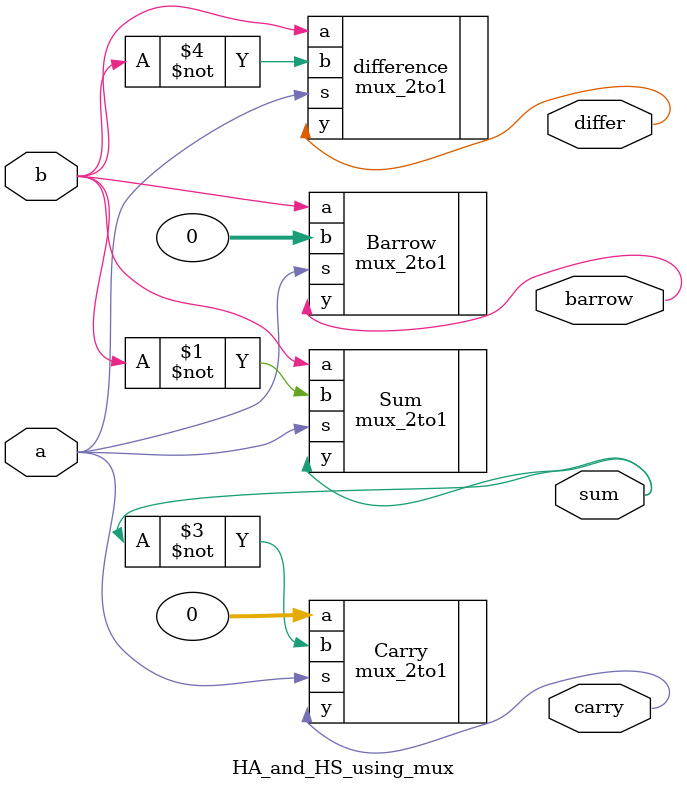
<source format=v>
`timescale 1ns / 1ps


module HA_and_HS_using_mux(
input a,
    input b,
    output differ,
    output barrow,
    output sum,
    output carry
);
    mux_2to1 Sum(.s(a),.y(sum),.a(b),.b(~b));
    mux_2to1 Carry(.s(a),.y(carry),.a(0),.b(~sum));
    mux_2to1 difference(.s(a),.y(differ),.a(b),.b(~b));
    mux_2to1 Barrow(.s(a),.y(barrow),.a(b),.b(0));
endmodule

</source>
